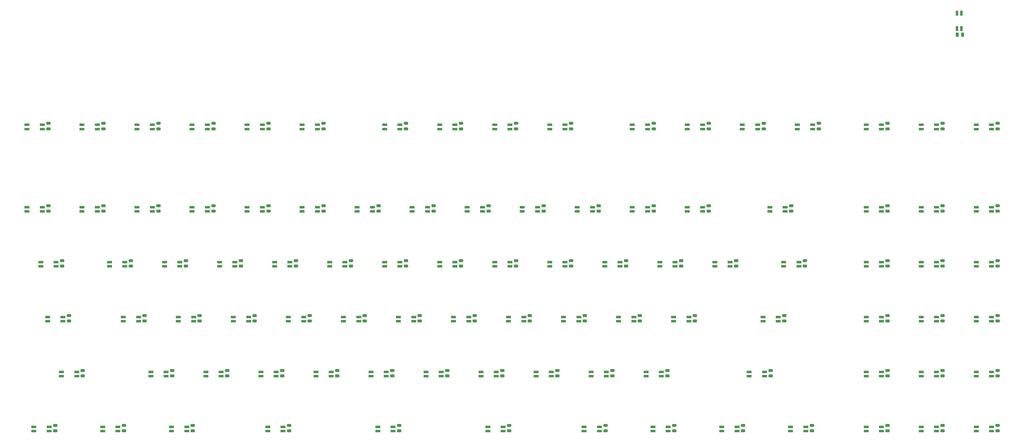
<source format=gbp>
G04 #@! TF.GenerationSoftware,KiCad,Pcbnew,(6.0.0)*
G04 #@! TF.CreationDate,2022-03-01T15:50:58-08:00*
G04 #@! TF.ProjectId,keyboard_exposed_diodes_standard_tkl,6b657962-6f61-4726-945f-6578706f7365,rev?*
G04 #@! TF.SameCoordinates,Original*
G04 #@! TF.FileFunction,Paste,Bot*
G04 #@! TF.FilePolarity,Positive*
%FSLAX46Y46*%
G04 Gerber Fmt 4.6, Leading zero omitted, Abs format (unit mm)*
G04 Created by KiCad (PCBNEW (6.0.0)) date 2022-03-01 15:50:58*
%MOMM*%
%LPD*%
G01*
G04 APERTURE LIST*
G04 Aperture macros list*
%AMRoundRect*
0 Rectangle with rounded corners*
0 $1 Rounding radius*
0 $2 $3 $4 $5 $6 $7 $8 $9 X,Y pos of 4 corners*
0 Add a 4 corners polygon primitive as box body*
4,1,4,$2,$3,$4,$5,$6,$7,$8,$9,$2,$3,0*
0 Add four circle primitives for the rounded corners*
1,1,$1+$1,$2,$3*
1,1,$1+$1,$4,$5*
1,1,$1+$1,$6,$7*
1,1,$1+$1,$8,$9*
0 Add four rect primitives between the rounded corners*
20,1,$1+$1,$2,$3,$4,$5,0*
20,1,$1+$1,$4,$5,$6,$7,0*
20,1,$1+$1,$6,$7,$8,$9,0*
20,1,$1+$1,$8,$9,$2,$3,0*%
G04 Aperture macros list end*
%ADD10R,1.800000X0.900000*%
%ADD11R,0.900000X1.800000*%
%ADD12RoundRect,0.250000X0.475000X-0.250000X0.475000X0.250000X-0.475000X0.250000X-0.475000X-0.250000X0*%
%ADD13RoundRect,0.250000X0.250000X0.475000X-0.250000X0.475000X-0.250000X-0.475000X0.250000X-0.475000X0*%
G04 APERTURE END LIST*
D10*
X143095000Y-253875000D03*
X143095000Y-255375000D03*
X148395000Y-253875000D03*
X148395000Y-255375000D03*
X162145000Y-253875000D03*
X162145000Y-255375000D03*
X167445000Y-253875000D03*
X167445000Y-255375000D03*
X181195000Y-253875000D03*
X181195000Y-255375000D03*
X186495000Y-253875000D03*
X186495000Y-255375000D03*
X200245000Y-253875000D03*
X200245000Y-255375000D03*
X205545000Y-253875000D03*
X205545000Y-255375000D03*
X219295000Y-253875000D03*
X219295000Y-255375000D03*
X224595000Y-253875000D03*
X224595000Y-255375000D03*
X238345000Y-253875000D03*
X238345000Y-255375000D03*
X243645000Y-253875000D03*
X243645000Y-255375000D03*
X257395000Y-253875000D03*
X257395000Y-255375000D03*
X262695000Y-253875000D03*
X262695000Y-255375000D03*
X276445000Y-253875000D03*
X276445000Y-255375000D03*
X281745000Y-253875000D03*
X281745000Y-255375000D03*
X295495000Y-253875000D03*
X295495000Y-255375000D03*
X300795000Y-253875000D03*
X300795000Y-255375000D03*
X157382500Y-291975000D03*
X157382500Y-293475000D03*
X162682500Y-291975000D03*
X162682500Y-293475000D03*
X243107500Y-311025000D03*
X243107500Y-312525000D03*
X248407500Y-311025000D03*
X248407500Y-312525000D03*
X381220000Y-253875000D03*
X381220000Y-255375000D03*
X386520000Y-253875000D03*
X386520000Y-255375000D03*
X385982500Y-272925000D03*
X385982500Y-274425000D03*
X391282500Y-272925000D03*
X391282500Y-274425000D03*
X205007500Y-311025000D03*
X205007500Y-312525000D03*
X210307500Y-311025000D03*
X210307500Y-312525000D03*
X195482500Y-291975000D03*
X195482500Y-293475000D03*
X200782500Y-291975000D03*
X200782500Y-293475000D03*
X333595000Y-253875000D03*
X333595000Y-255375000D03*
X338895000Y-253875000D03*
X338895000Y-255375000D03*
X414557500Y-272925000D03*
X414557500Y-274425000D03*
X419857500Y-272925000D03*
X419857500Y-274425000D03*
X433607500Y-330075000D03*
X433607500Y-331575000D03*
X438907500Y-330075000D03*
X438907500Y-331575000D03*
X190720000Y-272925000D03*
X190720000Y-274425000D03*
X196020000Y-272925000D03*
X196020000Y-274425000D03*
X433607500Y-272925000D03*
X433607500Y-274425000D03*
X438907500Y-272925000D03*
X438907500Y-274425000D03*
X378838750Y-291975000D03*
X378838750Y-293475000D03*
X384138750Y-291975000D03*
X384138750Y-293475000D03*
X352645000Y-253875000D03*
X352645000Y-255375000D03*
X357945000Y-253875000D03*
X357945000Y-255375000D03*
X143095000Y-225300000D03*
X143095000Y-226800000D03*
X148395000Y-225300000D03*
X148395000Y-226800000D03*
X207388750Y-330075000D03*
X207388750Y-331575000D03*
X212688750Y-330075000D03*
X212688750Y-331575000D03*
X283588750Y-330075000D03*
X283588750Y-331575000D03*
X288888750Y-330075000D03*
X288888750Y-331575000D03*
X414557500Y-291975000D03*
X414557500Y-293475000D03*
X419857500Y-291975000D03*
X419857500Y-293475000D03*
X414557500Y-311025000D03*
X414557500Y-312525000D03*
X419857500Y-311025000D03*
X419857500Y-312525000D03*
X433607500Y-291975000D03*
X433607500Y-293475000D03*
X438907500Y-291975000D03*
X438907500Y-293475000D03*
X452657500Y-291975000D03*
X452657500Y-293475000D03*
X457957500Y-291975000D03*
X457957500Y-293475000D03*
X452657500Y-311025000D03*
X452657500Y-312525000D03*
X457957500Y-311025000D03*
X457957500Y-312525000D03*
X162145000Y-225300000D03*
X162145000Y-226800000D03*
X167445000Y-225300000D03*
X167445000Y-226800000D03*
X181195000Y-225300000D03*
X181195000Y-226800000D03*
X186495000Y-225300000D03*
X186495000Y-226800000D03*
X200245000Y-225300000D03*
X200245000Y-226800000D03*
X205545000Y-225300000D03*
X205545000Y-226800000D03*
X247870000Y-225300000D03*
X247870000Y-226800000D03*
X253170000Y-225300000D03*
X253170000Y-226800000D03*
X285970000Y-225300000D03*
X285970000Y-226800000D03*
X291270000Y-225300000D03*
X291270000Y-226800000D03*
X305020000Y-225300000D03*
X305020000Y-226800000D03*
X310320000Y-225300000D03*
X310320000Y-226800000D03*
X371695000Y-225300000D03*
X371695000Y-226800000D03*
X376995000Y-225300000D03*
X376995000Y-226800000D03*
X214532500Y-291975000D03*
X214532500Y-293475000D03*
X219832500Y-291975000D03*
X219832500Y-293475000D03*
X338357500Y-311025000D03*
X338357500Y-312525000D03*
X343657500Y-311025000D03*
X343657500Y-312525000D03*
X233582500Y-291975000D03*
X233582500Y-293475000D03*
X238882500Y-291975000D03*
X238882500Y-293475000D03*
X252632500Y-291975000D03*
X252632500Y-293475000D03*
X257932500Y-291975000D03*
X257932500Y-293475000D03*
X433607500Y-253875000D03*
X433607500Y-255375000D03*
X438907500Y-253875000D03*
X438907500Y-255375000D03*
X285970000Y-272925000D03*
X285970000Y-274425000D03*
X291270000Y-272925000D03*
X291270000Y-274425000D03*
X414557500Y-253875000D03*
X414557500Y-255375000D03*
X419857500Y-253875000D03*
X419857500Y-255375000D03*
X290732500Y-291975000D03*
X290732500Y-293475000D03*
X296032500Y-291975000D03*
X296032500Y-293475000D03*
X309782500Y-291975000D03*
X309782500Y-293475000D03*
X315082500Y-291975000D03*
X315082500Y-293475000D03*
X174051250Y-330075000D03*
X174051250Y-331575000D03*
X179351250Y-330075000D03*
X179351250Y-331575000D03*
X414557500Y-330075000D03*
X414557500Y-331575000D03*
X419857500Y-330075000D03*
X419857500Y-331575000D03*
X150238750Y-330075000D03*
X150238750Y-331575000D03*
X155538750Y-330075000D03*
X155538750Y-331575000D03*
X281207500Y-311025000D03*
X281207500Y-312525000D03*
X286507500Y-311025000D03*
X286507500Y-312525000D03*
X364551250Y-330075000D03*
X364551250Y-331575000D03*
X369851250Y-330075000D03*
X369851250Y-331575000D03*
X262157500Y-311025000D03*
X262157500Y-312525000D03*
X267457500Y-311025000D03*
X267457500Y-312525000D03*
X305020000Y-272925000D03*
X305020000Y-274425000D03*
X310320000Y-272925000D03*
X310320000Y-274425000D03*
X452657500Y-225300000D03*
X452657500Y-226800000D03*
X457957500Y-225300000D03*
X457957500Y-226800000D03*
X452657500Y-272925000D03*
X452657500Y-274425000D03*
X457957500Y-272925000D03*
X457957500Y-274425000D03*
X452657500Y-253875000D03*
X452657500Y-255375000D03*
X457957500Y-253875000D03*
X457957500Y-255375000D03*
X414557500Y-225300000D03*
X414557500Y-226800000D03*
X419857500Y-225300000D03*
X419857500Y-226800000D03*
X152620000Y-272925000D03*
X152620000Y-274425000D03*
X157920000Y-272925000D03*
X157920000Y-274425000D03*
X347882500Y-291975000D03*
X347882500Y-293475000D03*
X353182500Y-291975000D03*
X353182500Y-293475000D03*
X209770000Y-272925000D03*
X209770000Y-274425000D03*
X215070000Y-272925000D03*
X215070000Y-274425000D03*
X362170000Y-272925000D03*
X362170000Y-274425000D03*
X367470000Y-272925000D03*
X367470000Y-274425000D03*
X452657500Y-330075000D03*
X452657500Y-331575000D03*
X457957500Y-330075000D03*
X457957500Y-331575000D03*
X374076250Y-311025000D03*
X374076250Y-312525000D03*
X379376250Y-311025000D03*
X379376250Y-312525000D03*
X176432500Y-291975000D03*
X176432500Y-293475000D03*
X181732500Y-291975000D03*
X181732500Y-293475000D03*
X433607500Y-225300000D03*
X433607500Y-226800000D03*
X438907500Y-225300000D03*
X438907500Y-226800000D03*
X245488750Y-330075000D03*
X245488750Y-331575000D03*
X250788750Y-330075000D03*
X250788750Y-331575000D03*
X228820000Y-272925000D03*
X228820000Y-274425000D03*
X234120000Y-272925000D03*
X234120000Y-274425000D03*
X266920000Y-272925000D03*
X266920000Y-274425000D03*
X272220000Y-272925000D03*
X272220000Y-274425000D03*
X433607500Y-311025000D03*
X433607500Y-312525000D03*
X438907500Y-311025000D03*
X438907500Y-312525000D03*
X171670000Y-272925000D03*
X171670000Y-274425000D03*
X176970000Y-272925000D03*
X176970000Y-274425000D03*
X185957500Y-311025000D03*
X185957500Y-312525000D03*
X191257500Y-311025000D03*
X191257500Y-312525000D03*
X247870000Y-272925000D03*
X247870000Y-274425000D03*
X253170000Y-272925000D03*
X253170000Y-274425000D03*
X271682500Y-291975000D03*
X271682500Y-293475000D03*
X276982500Y-291975000D03*
X276982500Y-293475000D03*
X343120000Y-272925000D03*
X343120000Y-274425000D03*
X348420000Y-272925000D03*
X348420000Y-274425000D03*
X352645000Y-225300000D03*
X352645000Y-226800000D03*
X357945000Y-225300000D03*
X357945000Y-226800000D03*
X219295000Y-225300000D03*
X219295000Y-226800000D03*
X224595000Y-225300000D03*
X224595000Y-226800000D03*
X266920000Y-225300000D03*
X266920000Y-226800000D03*
X272220000Y-225300000D03*
X272220000Y-226800000D03*
X316926250Y-330075000D03*
X316926250Y-331575000D03*
X322226250Y-330075000D03*
X322226250Y-331575000D03*
X300257500Y-311025000D03*
X300257500Y-312525000D03*
X305557500Y-311025000D03*
X305557500Y-312525000D03*
X128807500Y-272925000D03*
X128807500Y-274425000D03*
X134107500Y-272925000D03*
X134107500Y-274425000D03*
X135951250Y-311025000D03*
X135951250Y-312525000D03*
X141251250Y-311025000D03*
X141251250Y-312525000D03*
X126426250Y-330075000D03*
X126426250Y-331575000D03*
X131726250Y-330075000D03*
X131726250Y-331575000D03*
X124045000Y-225300000D03*
X124045000Y-226800000D03*
X129345000Y-225300000D03*
X129345000Y-226800000D03*
X131188750Y-291975000D03*
X131188750Y-293475000D03*
X136488750Y-291975000D03*
X136488750Y-293475000D03*
X124045000Y-253875000D03*
X124045000Y-255375000D03*
X129345000Y-253875000D03*
X129345000Y-255375000D03*
X224057500Y-311025000D03*
X224057500Y-312525000D03*
X229357500Y-311025000D03*
X229357500Y-312525000D03*
X328832500Y-291975000D03*
X328832500Y-293475000D03*
X334132500Y-291975000D03*
X334132500Y-293475000D03*
X340738750Y-330075000D03*
X340738750Y-331575000D03*
X346038750Y-330075000D03*
X346038750Y-331575000D03*
X324070000Y-272925000D03*
X324070000Y-274425000D03*
X329370000Y-272925000D03*
X329370000Y-274425000D03*
X333595000Y-225300000D03*
X333595000Y-226800000D03*
X338895000Y-225300000D03*
X338895000Y-226800000D03*
X388363750Y-330075000D03*
X388363750Y-331575000D03*
X393663750Y-330075000D03*
X393663750Y-331575000D03*
X319307500Y-311025000D03*
X319307500Y-312525000D03*
X324607500Y-311025000D03*
X324607500Y-312525000D03*
X314545000Y-253875000D03*
X314545000Y-255375000D03*
X319845000Y-253875000D03*
X319845000Y-255375000D03*
X390745000Y-225300000D03*
X390745000Y-226800000D03*
X396045000Y-225300000D03*
X396045000Y-226800000D03*
X166907500Y-311025000D03*
X166907500Y-312525000D03*
X172207500Y-311025000D03*
X172207500Y-312525000D03*
D11*
X447542000Y-186592000D03*
X446042000Y-186592000D03*
X447542000Y-191892000D03*
X446042000Y-191892000D03*
D12*
X143351250Y-312425000D03*
X143351250Y-310525000D03*
X441007500Y-331475000D03*
X441007500Y-329575000D03*
X255270000Y-226700000D03*
X255270000Y-224800000D03*
X169545000Y-226700000D03*
X169545000Y-224800000D03*
X183832500Y-293375000D03*
X183832500Y-291475000D03*
X212407500Y-312425000D03*
X212407500Y-310525000D03*
X336232500Y-293375000D03*
X336232500Y-291475000D03*
X179070000Y-274325000D03*
X179070000Y-272425000D03*
X302895000Y-255275000D03*
X302895000Y-253375000D03*
X421957500Y-226700000D03*
X421957500Y-224800000D03*
X369570000Y-274325000D03*
X369570000Y-272425000D03*
X202882500Y-293375000D03*
X202882500Y-291475000D03*
X260032500Y-293375000D03*
X260032500Y-291475000D03*
X340995000Y-255275000D03*
X340995000Y-253375000D03*
X217170000Y-274325000D03*
X217170000Y-272425000D03*
X231457500Y-312425000D03*
X231457500Y-310525000D03*
X214788750Y-331475000D03*
X214788750Y-329575000D03*
X441007500Y-226700000D03*
X441007500Y-224800000D03*
X293370000Y-274325000D03*
X293370000Y-272425000D03*
X283845000Y-255275000D03*
X283845000Y-253375000D03*
X274320000Y-226700000D03*
X274320000Y-224800000D03*
X150495000Y-226700000D03*
X150495000Y-224800000D03*
X198120000Y-274325000D03*
X198120000Y-272425000D03*
X441007500Y-312425000D03*
X441007500Y-310525000D03*
X331470000Y-274325000D03*
X331470000Y-272425000D03*
X279082500Y-293375000D03*
X279082500Y-291475000D03*
X421957500Y-255275000D03*
X421957500Y-253375000D03*
X298132500Y-293375000D03*
X298132500Y-291475000D03*
X133826250Y-331475000D03*
X133826250Y-329575000D03*
X421957500Y-274325000D03*
X421957500Y-272425000D03*
X371951250Y-331475000D03*
X371951250Y-329575000D03*
X160020000Y-274325000D03*
X160020000Y-272425000D03*
X317182500Y-293375000D03*
X317182500Y-291475000D03*
X236220000Y-274325000D03*
X236220000Y-272425000D03*
X460057500Y-255275000D03*
X460057500Y-253375000D03*
X226695000Y-226700000D03*
X226695000Y-224800000D03*
X240982500Y-293375000D03*
X240982500Y-291475000D03*
X274320000Y-274325000D03*
X274320000Y-272425000D03*
X188595000Y-255275000D03*
X188595000Y-253375000D03*
X350520000Y-274325000D03*
X350520000Y-272425000D03*
X441007500Y-255275000D03*
X441007500Y-253375000D03*
X138588750Y-293375000D03*
X138588750Y-291475000D03*
X131445000Y-255275000D03*
X131445000Y-253375000D03*
X355282500Y-293375000D03*
X355282500Y-291475000D03*
X174307500Y-312425000D03*
X174307500Y-310525000D03*
X348138750Y-331475000D03*
X348138750Y-329575000D03*
X164782500Y-293375000D03*
X164782500Y-291475000D03*
X395763750Y-331475000D03*
X395763750Y-329575000D03*
X290988750Y-331475000D03*
X290988750Y-329575000D03*
X255270000Y-274325000D03*
X255270000Y-272425000D03*
X312420000Y-274325000D03*
X312420000Y-272425000D03*
X460057500Y-293375000D03*
X460057500Y-291475000D03*
X250507500Y-312425000D03*
X250507500Y-310525000D03*
X321945000Y-255275000D03*
X321945000Y-253375000D03*
X379095000Y-226700000D03*
X379095000Y-224800000D03*
X288607500Y-312425000D03*
X288607500Y-310525000D03*
X360045000Y-255275000D03*
X360045000Y-253375000D03*
X421957500Y-293375000D03*
X421957500Y-291475000D03*
X131445000Y-226700000D03*
X131445000Y-224800000D03*
X226695000Y-255275000D03*
X226695000Y-253375000D03*
X157638750Y-331475000D03*
X157638750Y-329575000D03*
X312420000Y-226700000D03*
X312420000Y-224800000D03*
X460057500Y-312425000D03*
X460057500Y-310525000D03*
X324326250Y-331475000D03*
X324326250Y-329575000D03*
X388620000Y-255275000D03*
X388620000Y-253375000D03*
X207645000Y-255275000D03*
X207645000Y-253375000D03*
X393382500Y-274325000D03*
X393382500Y-272425000D03*
X207645000Y-226700000D03*
X207645000Y-224800000D03*
X252888750Y-331475000D03*
X252888750Y-329575000D03*
X221932500Y-293375000D03*
X221932500Y-291475000D03*
X340995000Y-226700000D03*
X340995000Y-224800000D03*
X421957500Y-331475000D03*
X421957500Y-329575000D03*
X421957500Y-312425000D03*
X421957500Y-310525000D03*
X441007500Y-293375000D03*
X441007500Y-291475000D03*
X264795000Y-255275000D03*
X264795000Y-253375000D03*
X169545000Y-255275000D03*
X169545000Y-253375000D03*
X441007500Y-274325000D03*
X441007500Y-272425000D03*
X193357500Y-312425000D03*
X193357500Y-310525000D03*
X460057500Y-331475000D03*
X460057500Y-329575000D03*
X136207500Y-274325000D03*
X136207500Y-272425000D03*
X181451250Y-331475000D03*
X181451250Y-329575000D03*
X386238750Y-293375000D03*
X386238750Y-291475000D03*
X460057500Y-274325000D03*
X460057500Y-272425000D03*
X360045000Y-226700000D03*
X360045000Y-224800000D03*
X293370000Y-226700000D03*
X293370000Y-224800000D03*
X188595000Y-226700000D03*
X188595000Y-224800000D03*
X245745000Y-255275000D03*
X245745000Y-253375000D03*
X326707500Y-312425000D03*
X326707500Y-310525000D03*
X345757500Y-312425000D03*
X345757500Y-310525000D03*
X307657500Y-312425000D03*
X307657500Y-310525000D03*
X381476250Y-312425000D03*
X381476250Y-310525000D03*
X269557500Y-312425000D03*
X269557500Y-310525000D03*
X460057500Y-226700000D03*
X460057500Y-224800000D03*
X150495000Y-255275000D03*
X150495000Y-253375000D03*
X398145000Y-226700000D03*
X398145000Y-224800000D03*
D13*
X447950000Y-194000000D03*
X446050000Y-194000000D03*
M02*

</source>
